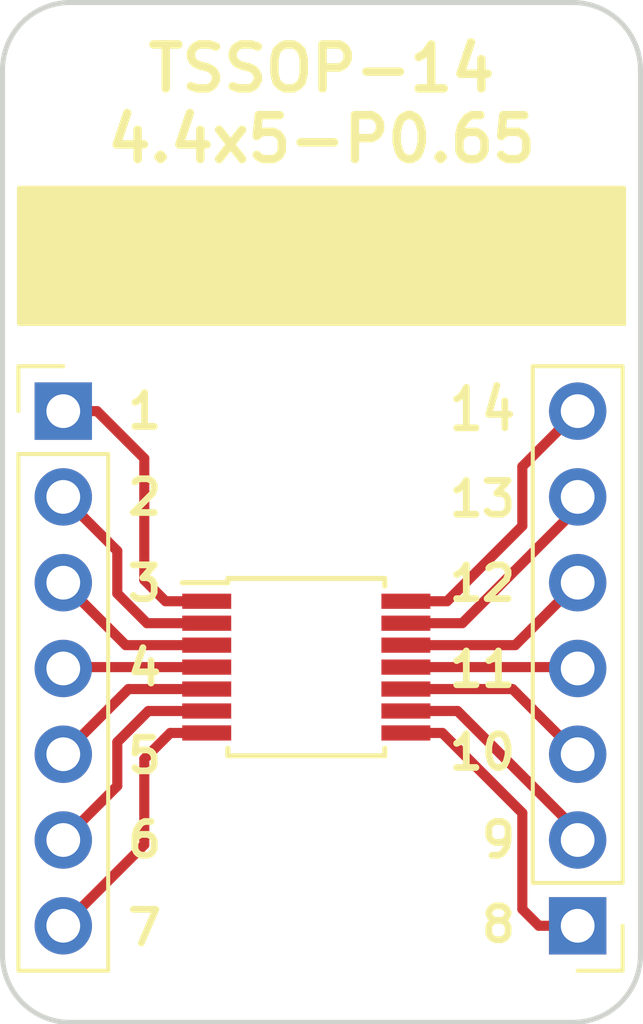
<source format=kicad_pcb>
(kicad_pcb (version 20171130) (host pcbnew 5.1.6-c6e7f7d~86~ubuntu20.04.1)

  (general
    (thickness 1)
    (drawings 24)
    (tracks 45)
    (zones 0)
    (modules 3)
    (nets 15)
  )

  (page A4)
  (title_block
    (title BRK-TSSOP-14-4.4x5-P0.65)
    (rev v1.0)
    (company https://gekkio.fi)
  )

  (layers
    (0 F.Cu signal)
    (31 B.Cu signal)
    (32 B.Adhes user)
    (33 F.Adhes user)
    (34 B.Paste user)
    (35 F.Paste user)
    (36 B.SilkS user)
    (37 F.SilkS user)
    (38 B.Mask user)
    (39 F.Mask user)
    (40 Dwgs.User user)
    (41 Cmts.User user)
    (42 Eco1.User user)
    (43 Eco2.User user)
    (44 Edge.Cuts user)
    (45 Margin user)
    (46 B.CrtYd user)
    (47 F.CrtYd user)
    (48 B.Fab user)
    (49 F.Fab user)
  )

  (setup
    (last_trace_width 0.3)
    (trace_clearance 0.2)
    (zone_clearance 0.508)
    (zone_45_only no)
    (trace_min 0.2)
    (via_size 0.8)
    (via_drill 0.4)
    (via_min_size 0.4)
    (via_min_drill 0.3)
    (uvia_size 0.3)
    (uvia_drill 0.1)
    (uvias_allowed no)
    (uvia_min_size 0.2)
    (uvia_min_drill 0.1)
    (edge_width 0.15)
    (segment_width 0.2)
    (pcb_text_width 0.3)
    (pcb_text_size 1.5 1.5)
    (mod_edge_width 0.15)
    (mod_text_size 1 1)
    (mod_text_width 0.15)
    (pad_size 1.524 1.524)
    (pad_drill 0.762)
    (pad_to_mask_clearance 0)
    (aux_axis_origin 0 0)
    (visible_elements FFFFFF7F)
    (pcbplotparams
      (layerselection 0x010fc_ffffffff)
      (usegerberextensions false)
      (usegerberattributes false)
      (usegerberadvancedattributes false)
      (creategerberjobfile true)
      (excludeedgelayer false)
      (linewidth 0.100000)
      (plotframeref false)
      (viasonmask false)
      (mode 1)
      (useauxorigin false)
      (hpglpennumber 1)
      (hpglpenspeed 20)
      (hpglpendiameter 15.000000)
      (psnegative false)
      (psa4output false)
      (plotreference true)
      (plotvalue true)
      (plotinvisibletext false)
      (padsonsilk false)
      (subtractmaskfromsilk false)
      (outputformat 1)
      (mirror false)
      (drillshape 0)
      (scaleselection 1)
      (outputdirectory "gerber/"))
  )

  (net 0 "")
  (net 1 "Net-(J1-Pad1)")
  (net 2 "Net-(J1-Pad2)")
  (net 3 "Net-(J1-Pad3)")
  (net 4 "Net-(J2-Pad1)")
  (net 5 "Net-(J2-Pad2)")
  (net 6 "Net-(J2-Pad3)")
  (net 7 "Net-(J1-Pad4)")
  (net 8 "Net-(J2-Pad4)")
  (net 9 "Net-(J1-Pad7)")
  (net 10 "Net-(J1-Pad6)")
  (net 11 "Net-(J1-Pad5)")
  (net 12 "Net-(J2-Pad7)")
  (net 13 "Net-(J2-Pad6)")
  (net 14 "Net-(J2-Pad5)")

  (net_class Default "This is the default net class."
    (clearance 0.2)
    (trace_width 0.3)
    (via_dia 0.8)
    (via_drill 0.4)
    (uvia_dia 0.3)
    (uvia_drill 0.1)
    (add_net "Net-(J1-Pad1)")
    (add_net "Net-(J1-Pad2)")
    (add_net "Net-(J1-Pad3)")
    (add_net "Net-(J1-Pad4)")
    (add_net "Net-(J1-Pad5)")
    (add_net "Net-(J1-Pad6)")
    (add_net "Net-(J1-Pad7)")
    (add_net "Net-(J2-Pad1)")
    (add_net "Net-(J2-Pad2)")
    (add_net "Net-(J2-Pad3)")
    (add_net "Net-(J2-Pad4)")
    (add_net "Net-(J2-Pad5)")
    (add_net "Net-(J2-Pad6)")
    (add_net "Net-(J2-Pad7)")
  )

  (module Package_SO:TSSOP-14_4.4x5mm_P0.65mm (layer F.Cu) (tedit 5A02F25C) (tstamp 5C03C8AA)
    (at 60 67.68)
    (descr "14-Lead Plastic Thin Shrink Small Outline (ST)-4.4 mm Body [TSSOP] (see Microchip Packaging Specification 00000049BS.pdf)")
    (tags "SSOP 0.65")
    (path /5BD4B043)
    (attr smd)
    (fp_text reference U1 (at 0 -3.55) (layer F.SilkS) hide
      (effects (font (size 1 1) (thickness 0.15)))
    )
    (fp_text value TSSOP-14-4.4x5-P0.65 (at 0 3.55) (layer F.Fab) hide
      (effects (font (size 1 1) (thickness 0.15)))
    )
    (fp_line (start -1.2 -2.5) (end 2.2 -2.5) (layer F.Fab) (width 0.15))
    (fp_line (start 2.2 -2.5) (end 2.2 2.5) (layer F.Fab) (width 0.15))
    (fp_line (start 2.2 2.5) (end -2.2 2.5) (layer F.Fab) (width 0.15))
    (fp_line (start -2.2 2.5) (end -2.2 -1.5) (layer F.Fab) (width 0.15))
    (fp_line (start -2.2 -1.5) (end -1.2 -2.5) (layer F.Fab) (width 0.15))
    (fp_line (start -3.95 -2.8) (end -3.95 2.8) (layer F.CrtYd) (width 0.05))
    (fp_line (start 3.95 -2.8) (end 3.95 2.8) (layer F.CrtYd) (width 0.05))
    (fp_line (start -3.95 -2.8) (end 3.95 -2.8) (layer F.CrtYd) (width 0.05))
    (fp_line (start -3.95 2.8) (end 3.95 2.8) (layer F.CrtYd) (width 0.05))
    (fp_line (start -2.325 -2.625) (end -2.325 -2.5) (layer F.SilkS) (width 0.15))
    (fp_line (start 2.325 -2.625) (end 2.325 -2.4) (layer F.SilkS) (width 0.15))
    (fp_line (start 2.325 2.625) (end 2.325 2.4) (layer F.SilkS) (width 0.15))
    (fp_line (start -2.325 2.625) (end -2.325 2.4) (layer F.SilkS) (width 0.15))
    (fp_line (start -2.325 -2.625) (end 2.325 -2.625) (layer F.SilkS) (width 0.15))
    (fp_line (start -2.325 2.625) (end 2.325 2.625) (layer F.SilkS) (width 0.15))
    (fp_line (start -2.325 -2.5) (end -3.675 -2.5) (layer F.SilkS) (width 0.15))
    (fp_text user %R (at 0 0) (layer F.Fab)
      (effects (font (size 0.8 0.8) (thickness 0.15)))
    )
    (pad 14 smd rect (at 2.95 -1.95) (size 1.45 0.45) (layers F.Cu F.Paste F.Mask)
      (net 12 "Net-(J2-Pad7)"))
    (pad 13 smd rect (at 2.95 -1.3) (size 1.45 0.45) (layers F.Cu F.Paste F.Mask)
      (net 13 "Net-(J2-Pad6)"))
    (pad 12 smd rect (at 2.95 -0.65) (size 1.45 0.45) (layers F.Cu F.Paste F.Mask)
      (net 14 "Net-(J2-Pad5)"))
    (pad 11 smd rect (at 2.95 0) (size 1.45 0.45) (layers F.Cu F.Paste F.Mask)
      (net 8 "Net-(J2-Pad4)"))
    (pad 10 smd rect (at 2.95 0.65) (size 1.45 0.45) (layers F.Cu F.Paste F.Mask)
      (net 6 "Net-(J2-Pad3)"))
    (pad 9 smd rect (at 2.95 1.3) (size 1.45 0.45) (layers F.Cu F.Paste F.Mask)
      (net 5 "Net-(J2-Pad2)"))
    (pad 8 smd rect (at 2.95 1.95) (size 1.45 0.45) (layers F.Cu F.Paste F.Mask)
      (net 4 "Net-(J2-Pad1)"))
    (pad 7 smd rect (at -2.95 1.95) (size 1.45 0.45) (layers F.Cu F.Paste F.Mask)
      (net 9 "Net-(J1-Pad7)"))
    (pad 6 smd rect (at -2.95 1.3) (size 1.45 0.45) (layers F.Cu F.Paste F.Mask)
      (net 10 "Net-(J1-Pad6)"))
    (pad 5 smd rect (at -2.95 0.65) (size 1.45 0.45) (layers F.Cu F.Paste F.Mask)
      (net 11 "Net-(J1-Pad5)"))
    (pad 4 smd rect (at -2.95 0) (size 1.45 0.45) (layers F.Cu F.Paste F.Mask)
      (net 7 "Net-(J1-Pad4)"))
    (pad 3 smd rect (at -2.95 -0.65) (size 1.45 0.45) (layers F.Cu F.Paste F.Mask)
      (net 3 "Net-(J1-Pad3)"))
    (pad 2 smd rect (at -2.95 -1.3) (size 1.45 0.45) (layers F.Cu F.Paste F.Mask)
      (net 2 "Net-(J1-Pad2)"))
    (pad 1 smd rect (at -2.95 -1.95) (size 1.45 0.45) (layers F.Cu F.Paste F.Mask)
      (net 1 "Net-(J1-Pad1)"))
    (model ${KISYS3DMOD}/Package_SO.3dshapes/TSSOP-14_4.4x5mm_P0.65mm.wrl
      (at (xyz 0 0 0))
      (scale (xyz 1 1 1))
      (rotate (xyz 0 0 0))
    )
  )

  (module Connector_PinHeader_2.54mm:PinHeader_1x07_P2.54mm_Vertical (layer F.Cu) (tedit 59FED5CC) (tstamp 5C0583C3)
    (at 68.04 75.34 180)
    (descr "Through hole straight pin header, 1x07, 2.54mm pitch, single row")
    (tags "Through hole pin header THT 1x07 2.54mm single row")
    (path /5BD4B172)
    (fp_text reference J2 (at 0 -2.33) (layer F.SilkS) hide
      (effects (font (size 1 1) (thickness 0.15)))
    )
    (fp_text value Conn_01x07 (at 0 17.57) (layer F.Fab) hide
      (effects (font (size 1 1) (thickness 0.15)))
    )
    (fp_line (start -0.635 -1.27) (end 1.27 -1.27) (layer F.Fab) (width 0.1))
    (fp_line (start 1.27 -1.27) (end 1.27 16.51) (layer F.Fab) (width 0.1))
    (fp_line (start 1.27 16.51) (end -1.27 16.51) (layer F.Fab) (width 0.1))
    (fp_line (start -1.27 16.51) (end -1.27 -0.635) (layer F.Fab) (width 0.1))
    (fp_line (start -1.27 -0.635) (end -0.635 -1.27) (layer F.Fab) (width 0.1))
    (fp_line (start -1.33 16.57) (end 1.33 16.57) (layer F.SilkS) (width 0.12))
    (fp_line (start -1.33 1.27) (end -1.33 16.57) (layer F.SilkS) (width 0.12))
    (fp_line (start 1.33 1.27) (end 1.33 16.57) (layer F.SilkS) (width 0.12))
    (fp_line (start -1.33 1.27) (end 1.33 1.27) (layer F.SilkS) (width 0.12))
    (fp_line (start -1.33 0) (end -1.33 -1.33) (layer F.SilkS) (width 0.12))
    (fp_line (start -1.33 -1.33) (end 0 -1.33) (layer F.SilkS) (width 0.12))
    (fp_line (start -1.8 -1.8) (end -1.8 17.05) (layer F.CrtYd) (width 0.05))
    (fp_line (start -1.8 17.05) (end 1.8 17.05) (layer F.CrtYd) (width 0.05))
    (fp_line (start 1.8 17.05) (end 1.8 -1.8) (layer F.CrtYd) (width 0.05))
    (fp_line (start 1.8 -1.8) (end -1.8 -1.8) (layer F.CrtYd) (width 0.05))
    (fp_text user %R (at 0 7.62 90) (layer F.Fab)
      (effects (font (size 1 1) (thickness 0.15)))
    )
    (pad 7 thru_hole oval (at 0 15.24 180) (size 1.7 1.7) (drill 1) (layers *.Cu *.Mask)
      (net 12 "Net-(J2-Pad7)"))
    (pad 6 thru_hole oval (at 0 12.7 180) (size 1.7 1.7) (drill 1) (layers *.Cu *.Mask)
      (net 13 "Net-(J2-Pad6)"))
    (pad 5 thru_hole oval (at 0 10.16 180) (size 1.7 1.7) (drill 1) (layers *.Cu *.Mask)
      (net 14 "Net-(J2-Pad5)"))
    (pad 4 thru_hole oval (at 0 7.62 180) (size 1.7 1.7) (drill 1) (layers *.Cu *.Mask)
      (net 8 "Net-(J2-Pad4)"))
    (pad 3 thru_hole oval (at 0 5.08 180) (size 1.7 1.7) (drill 1) (layers *.Cu *.Mask)
      (net 6 "Net-(J2-Pad3)"))
    (pad 2 thru_hole oval (at 0 2.54 180) (size 1.7 1.7) (drill 1) (layers *.Cu *.Mask)
      (net 5 "Net-(J2-Pad2)"))
    (pad 1 thru_hole rect (at 0 0 180) (size 1.7 1.7) (drill 1) (layers *.Cu *.Mask)
      (net 4 "Net-(J2-Pad1)"))
    (model ${KISYS3DMOD}/Connector_PinHeader_2.54mm.3dshapes/PinHeader_1x07_P2.54mm_Vertical.wrl
      (at (xyz 0 0 0))
      (scale (xyz 1 1 1))
      (rotate (xyz 0 0 0))
    )
  )

  (module Connector_PinHeader_2.54mm:PinHeader_1x07_P2.54mm_Vertical (layer F.Cu) (tedit 59FED5CC) (tstamp 5C0583AC)
    (at 52.8 60.1)
    (descr "Through hole straight pin header, 1x07, 2.54mm pitch, single row")
    (tags "Through hole pin header THT 1x07 2.54mm single row")
    (path /5BD4B0A3)
    (fp_text reference J1 (at 0 -2.33) (layer F.SilkS) hide
      (effects (font (size 1 1) (thickness 0.15)))
    )
    (fp_text value Conn_01x07 (at 0 17.57) (layer F.Fab) hide
      (effects (font (size 1 1) (thickness 0.15)))
    )
    (fp_line (start -0.635 -1.27) (end 1.27 -1.27) (layer F.Fab) (width 0.1))
    (fp_line (start 1.27 -1.27) (end 1.27 16.51) (layer F.Fab) (width 0.1))
    (fp_line (start 1.27 16.51) (end -1.27 16.51) (layer F.Fab) (width 0.1))
    (fp_line (start -1.27 16.51) (end -1.27 -0.635) (layer F.Fab) (width 0.1))
    (fp_line (start -1.27 -0.635) (end -0.635 -1.27) (layer F.Fab) (width 0.1))
    (fp_line (start -1.33 16.57) (end 1.33 16.57) (layer F.SilkS) (width 0.12))
    (fp_line (start -1.33 1.27) (end -1.33 16.57) (layer F.SilkS) (width 0.12))
    (fp_line (start 1.33 1.27) (end 1.33 16.57) (layer F.SilkS) (width 0.12))
    (fp_line (start -1.33 1.27) (end 1.33 1.27) (layer F.SilkS) (width 0.12))
    (fp_line (start -1.33 0) (end -1.33 -1.33) (layer F.SilkS) (width 0.12))
    (fp_line (start -1.33 -1.33) (end 0 -1.33) (layer F.SilkS) (width 0.12))
    (fp_line (start -1.8 -1.8) (end -1.8 17.05) (layer F.CrtYd) (width 0.05))
    (fp_line (start -1.8 17.05) (end 1.8 17.05) (layer F.CrtYd) (width 0.05))
    (fp_line (start 1.8 17.05) (end 1.8 -1.8) (layer F.CrtYd) (width 0.05))
    (fp_line (start 1.8 -1.8) (end -1.8 -1.8) (layer F.CrtYd) (width 0.05))
    (fp_text user %R (at 0 7.62 90) (layer F.Fab)
      (effects (font (size 1 1) (thickness 0.15)))
    )
    (pad 7 thru_hole oval (at 0 15.24) (size 1.7 1.7) (drill 1) (layers *.Cu *.Mask)
      (net 9 "Net-(J1-Pad7)"))
    (pad 6 thru_hole oval (at 0 12.7) (size 1.7 1.7) (drill 1) (layers *.Cu *.Mask)
      (net 10 "Net-(J1-Pad6)"))
    (pad 5 thru_hole oval (at 0 10.16) (size 1.7 1.7) (drill 1) (layers *.Cu *.Mask)
      (net 11 "Net-(J1-Pad5)"))
    (pad 4 thru_hole oval (at 0 7.62) (size 1.7 1.7) (drill 1) (layers *.Cu *.Mask)
      (net 7 "Net-(J1-Pad4)"))
    (pad 3 thru_hole oval (at 0 5.08) (size 1.7 1.7) (drill 1) (layers *.Cu *.Mask)
      (net 3 "Net-(J1-Pad3)"))
    (pad 2 thru_hole oval (at 0 2.54) (size 1.7 1.7) (drill 1) (layers *.Cu *.Mask)
      (net 2 "Net-(J1-Pad2)"))
    (pad 1 thru_hole rect (at 0 0) (size 1.7 1.7) (drill 1) (layers *.Cu *.Mask)
      (net 1 "Net-(J1-Pad1)"))
    (model ${KISYS3DMOD}/Connector_PinHeader_2.54mm.3dshapes/PinHeader_1x07_P2.54mm_Vertical.wrl
      (at (xyz 0 0 0))
      (scale (xyz 1 1 1))
      (rotate (xyz 0 0 0))
    )
  )

  (gr_text 8 (at 66.3 75.3) (layer F.SilkS) (tstamp 5E5211C9)
    (effects (font (size 1 1) (thickness 0.2)) (justify right))
  )
  (gr_text 9 (at 66.3 72.8) (layer F.SilkS) (tstamp 5E5211C6)
    (effects (font (size 1 1) (thickness 0.2)) (justify right))
  )
  (gr_text 10 (at 66.3 70.2) (layer F.SilkS) (tstamp 5E5211C2)
    (effects (font (size 1 1) (thickness 0.2)) (justify right))
  )
  (gr_text 7 (at 54.6 75.4) (layer F.SilkS) (tstamp 5E5211B5)
    (effects (font (size 1 1) (thickness 0.2)) (justify left))
  )
  (gr_text 6 (at 54.6 72.8) (layer F.SilkS) (tstamp 5E5211AD)
    (effects (font (size 1 1) (thickness 0.2)) (justify left))
  )
  (gr_text 5 (at 54.6 70.3) (layer F.SilkS) (tstamp 5E52116E)
    (effects (font (size 1 1) (thickness 0.2)) (justify left))
  )
  (gr_text 4 (at 54.6 67.7) (layer F.SilkS) (tstamp 5E521167)
    (effects (font (size 1 1) (thickness 0.2)) (justify left))
  )
  (gr_text 3 (at 54.6 65.2) (layer F.SilkS) (tstamp 5E521164)
    (effects (font (size 1 1) (thickness 0.2)) (justify left))
  )
  (gr_text 11 (at 66.3 67.75) (layer F.SilkS) (tstamp 5E5211BA)
    (effects (font (size 1 1) (thickness 0.2)) (justify right))
  )
  (gr_arc (start 53 76.2) (end 51 76.2) (angle -90) (layer Edge.Cuts) (width 0.15) (tstamp 5BF54D67))
  (gr_arc (start 67.9 76.2) (end 67.9 78.2) (angle -90) (layer Edge.Cuts) (width 0.15) (tstamp 5BF54D5C))
  (gr_arc (start 67.9 50) (end 69.9 50) (angle -90) (layer Edge.Cuts) (width 0.15) (tstamp 5BF54D52))
  (gr_arc (start 53 50) (end 53 48) (angle -90) (layer Edge.Cuts) (width 0.15))
  (gr_text 12 (at 66.3 65.2) (layer F.SilkS) (tstamp 5BD4A473)
    (effects (font (size 1 1) (thickness 0.2)) (justify right))
  )
  (gr_text 13 (at 66.3 62.7) (layer F.SilkS) (tstamp 5BD4A46F)
    (effects (font (size 1 1) (thickness 0.2)) (justify right))
  )
  (gr_text 14 (at 66.3 60.05) (layer F.SilkS) (tstamp 5BD4A463)
    (effects (font (size 1.2 1) (thickness 0.2)) (justify right))
  )
  (gr_text 2 (at 54.6 62.65) (layer F.SilkS) (tstamp 5E52115C)
    (effects (font (size 1 1) (thickness 0.2)) (justify left))
  )
  (gr_text 1 (at 54.6 60.1) (layer F.SilkS)
    (effects (font (size 1 1) (thickness 0.2)) (justify left))
  )
  (gr_line (start 67.9 78.2) (end 53 78.2) (layer Edge.Cuts) (width 0.15) (tstamp 5E5208CE))
  (gr_poly (pts (xy 51.5 53.5) (xy 51.5 57.5) (xy 69.4 57.5) (xy 69.4 53.5)) (layer F.SilkS) (width 0.15))
  (gr_line (start 69.9 50) (end 69.9 76.2) (layer Edge.Cuts) (width 0.15))
  (gr_text "TSSOP-14\n4.4x5-P0.65" (at 60.45 51) (layer F.SilkS)
    (effects (font (size 1.3 1.3) (thickness 0.25)))
  )
  (gr_line (start 53 48) (end 67.9 48) (layer Edge.Cuts) (width 0.15))
  (gr_line (start 51 76.2) (end 51 50) (layer Edge.Cuts) (width 0.15))

  (segment (start 55.2 61.5) (end 53.8 60.1) (width 0.3) (layer F.Cu) (net 1))
  (segment (start 55.2 65.1) (end 55.2 61.5) (width 0.3) (layer F.Cu) (net 1))
  (segment (start 57.05 65.73) (end 55.83 65.73) (width 0.3) (layer F.Cu) (net 1))
  (segment (start 53.8 60.1) (end 52.8 60.1) (width 0.3) (layer F.Cu) (net 1))
  (segment (start 55.83 65.73) (end 55.2 65.1) (width 0.3) (layer F.Cu) (net 1))
  (segment (start 52.84 62.6) (end 52.8 62.64) (width 0.3) (layer F.Cu) (net 2) (status 30))
  (segment (start 54.4 64.24) (end 52.8 62.64) (width 0.3) (layer F.Cu) (net 2))
  (segment (start 57.05 66.38) (end 55.28 66.38) (width 0.3) (layer F.Cu) (net 2))
  (segment (start 54.4 65.5) (end 54.4 64.24) (width 0.3) (layer F.Cu) (net 2))
  (segment (start 55.28 66.38) (end 54.4 65.5) (width 0.3) (layer F.Cu) (net 2))
  (segment (start 54.65 67.03) (end 52.8 65.18) (width 0.3) (layer F.Cu) (net 3))
  (segment (start 57.05 67.03) (end 54.65 67.03) (width 0.3) (layer F.Cu) (net 3))
  (segment (start 66.89 75.34) (end 68.04 75.34) (width 0.3) (layer F.Cu) (net 4))
  (segment (start 66.4 74.85) (end 66.89 75.34) (width 0.3) (layer F.Cu) (net 4))
  (segment (start 66.4 72) (end 66.4 74.85) (width 0.3) (layer F.Cu) (net 4))
  (segment (start 62.95 69.63) (end 64.03 69.63) (width 0.3) (layer F.Cu) (net 4))
  (segment (start 64.03 69.63) (end 66.4 72) (width 0.3) (layer F.Cu) (net 4))
  (segment (start 68.04 72.54) (end 68.04 72.8) (width 0.3) (layer F.Cu) (net 5))
  (segment (start 62.95 68.98) (end 64.48 68.98) (width 0.3) (layer F.Cu) (net 5))
  (segment (start 64.48 68.98) (end 68.04 72.54) (width 0.3) (layer F.Cu) (net 5))
  (segment (start 66.11 68.33) (end 68.04 70.26) (width 0.3) (layer F.Cu) (net 6))
  (segment (start 62.95 68.33) (end 66.11 68.33) (width 0.3) (layer F.Cu) (net 6))
  (segment (start 52.84 67.68) (end 52.8 67.72) (width 0.3) (layer F.Cu) (net 7))
  (segment (start 57.05 67.68) (end 52.84 67.68) (width 0.3) (layer F.Cu) (net 7))
  (segment (start 68 67.68) (end 68.04 67.72) (width 0.3) (layer F.Cu) (net 8))
  (segment (start 62.95 67.68) (end 68 67.68) (width 0.3) (layer F.Cu) (net 8))
  (segment (start 55.2 72.94) (end 52.8 75.34) (width 0.3) (layer F.Cu) (net 9))
  (segment (start 57.05 69.63) (end 55.97 69.63) (width 0.3) (layer F.Cu) (net 9))
  (segment (start 55.2 70.4) (end 55.2 72.94) (width 0.3) (layer F.Cu) (net 9))
  (segment (start 55.97 69.63) (end 55.2 70.4) (width 0.3) (layer F.Cu) (net 9))
  (segment (start 54.4 71.2) (end 52.8 72.8) (width 0.3) (layer F.Cu) (net 10))
  (segment (start 57.05 68.98) (end 55.32 68.98) (width 0.3) (layer F.Cu) (net 10))
  (segment (start 54.4 69.9) (end 54.4 71.2) (width 0.3) (layer F.Cu) (net 10))
  (segment (start 55.32 68.98) (end 54.4 69.9) (width 0.3) (layer F.Cu) (net 10))
  (segment (start 54.73 68.33) (end 52.8 70.26) (width 0.3) (layer F.Cu) (net 11))
  (segment (start 57.05 68.33) (end 54.73 68.33) (width 0.3) (layer F.Cu) (net 11))
  (segment (start 66.4 63.5) (end 66.4 61.74) (width 0.3) (layer F.Cu) (net 12))
  (segment (start 62.95 65.73) (end 64.17 65.73) (width 0.3) (layer F.Cu) (net 12))
  (segment (start 66.4 61.74) (end 68.04 60.1) (width 0.3) (layer F.Cu) (net 12))
  (segment (start 64.17 65.73) (end 66.4 63.5) (width 0.3) (layer F.Cu) (net 12))
  (segment (start 62.95 66.38) (end 64.62 66.38) (width 0.3) (layer F.Cu) (net 13))
  (segment (start 68.04 62.96) (end 68.04 62.64) (width 0.3) (layer F.Cu) (net 13))
  (segment (start 64.62 66.38) (end 68.04 62.96) (width 0.3) (layer F.Cu) (net 13))
  (segment (start 66.19 67.03) (end 68.04 65.18) (width 0.3) (layer F.Cu) (net 14))
  (segment (start 62.95 67.03) (end 66.19 67.03) (width 0.3) (layer F.Cu) (net 14))

)

</source>
